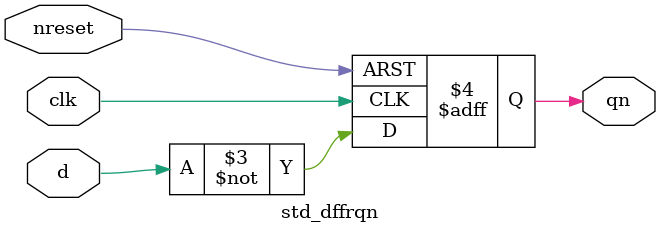
<source format=sv>

module std_dffrqn #(parameter DW = 1) // array width
(
	input [DW-1:0] 	d,
	input [DW-1:0] 	clk,
	input [DW-1:0] 	nreset,
	output logic [DW-1:0] qn
);

always_ff @(posedge clk, negedge nreset) begin
	if(!nreset) begin
		qn <= {DW{1'b1}};
	end else begin
		qn <= ~d;
	end
end

endmodule

</source>
